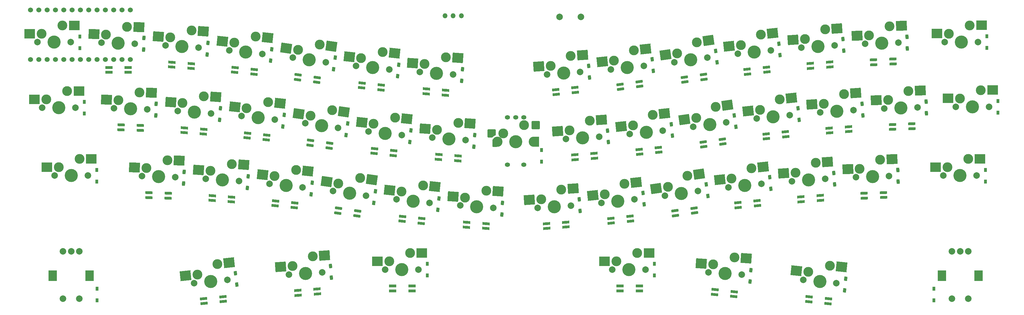
<source format=gbr>
G04 #@! TF.GenerationSoftware,KiCad,Pcbnew,(6.0.10)*
G04 #@! TF.CreationDate,2023-05-22T23:46:38+09:00*
G04 #@! TF.ProjectId,PARALLAX,50415241-4c4c-4415-982e-6b696361645f,rev?*
G04 #@! TF.SameCoordinates,Original*
G04 #@! TF.FileFunction,Soldermask,Bot*
G04 #@! TF.FilePolarity,Negative*
%FSLAX46Y46*%
G04 Gerber Fmt 4.6, Leading zero omitted, Abs format (unit mm)*
G04 Created by KiCad (PCBNEW (6.0.10)) date 2023-05-22 23:46:38*
%MOMM*%
%LPD*%
G01*
G04 APERTURE LIST*
G04 Aperture macros list*
%AMRoundRect*
0 Rectangle with rounded corners*
0 $1 Rounding radius*
0 $2 $3 $4 $5 $6 $7 $8 $9 X,Y pos of 4 corners*
0 Add a 4 corners polygon primitive as box body*
4,1,4,$2,$3,$4,$5,$6,$7,$8,$9,$2,$3,0*
0 Add four circle primitives for the rounded corners*
1,1,$1+$1,$2,$3*
1,1,$1+$1,$4,$5*
1,1,$1+$1,$6,$7*
1,1,$1+$1,$8,$9*
0 Add four rect primitives between the rounded corners*
20,1,$1+$1,$2,$3,$4,$5,0*
20,1,$1+$1,$4,$5,$6,$7,0*
20,1,$1+$1,$6,$7,$8,$9,0*
20,1,$1+$1,$8,$9,$2,$3,0*%
%AMRotRect*
0 Rectangle, with rotation*
0 The origin of the aperture is its center*
0 $1 length*
0 $2 width*
0 $3 Rotation angle, in degrees counterclockwise*
0 Add horizontal line*
21,1,$1,$2,0,0,$3*%
%AMFreePoly0*
4,1,22,1.150000,1.217000,1.242000,1.125000,1.275000,1.000000,1.275000,-0.378000,1.255000,-0.477000,1.196000,-0.560000,1.110000,-0.613000,0.807000,-0.752000,0.530000,-0.939000,0.287000,-1.167000,0.203000,-1.228000,0.102000,-1.250000,-1.025000,-1.250000,-1.150000,-1.217000,-1.242000,-1.125000,-1.275000,-1.000000,-1.275000,1.000000,-1.242000,1.125000,-1.150000,1.217000,-1.025000,1.250000,
1.025000,1.250000,1.150000,1.217000,1.150000,1.217000,$1*%
G04 Aperture macros list end*
%ADD10RotRect,2.200000X0.820000X184.000000*%
%ADD11RotRect,1.300000X0.950000X82.000000*%
%ADD12C,3.000000*%
%ADD13C,4.000000*%
%ADD14C,2.000000*%
%ADD15RotRect,3.300000X3.000000X174.000000*%
%ADD16RotRect,1.300000X0.950000X276.000000*%
%ADD17R,0.950000X1.300000*%
%ADD18O,1.500000X1.500000*%
%ADD19RotRect,3.300000X3.000000X188.000000*%
%ADD20R,3.300000X3.000000*%
%ADD21RotRect,1.300000X0.950000X84.000000*%
%ADD22RotRect,1.300000X0.950000X86.000000*%
%ADD23RotRect,3.300000X3.000000X186.000000*%
%ADD24RotRect,3.300000X3.000000X172.000000*%
%ADD25RotRect,1.300000X0.950000X278.000000*%
%ADD26RotRect,3.300000X3.000000X184.000000*%
%ADD27RotRect,2.200000X0.820000X354.000000*%
%ADD28C,1.524000*%
%ADD29R,2.500000X3.200000*%
%ADD30RotRect,1.300000X0.950000X274.000000*%
%ADD31RotRect,3.300000X3.000000X176.000000*%
%ADD32RotRect,2.200000X0.820000X174.000000*%
%ADD33RotRect,2.200000X0.820000X186.000000*%
%ADD34RotRect,3.300000X3.000000X182.000000*%
%ADD35RotRect,1.300000X0.950000X96.000000*%
%ADD36RotRect,2.200000X0.820000X356.000000*%
%ADD37RotRect,1.300000X0.950000X88.000000*%
%ADD38RotRect,2.200000X0.820000X6.000000*%
%ADD39RotRect,2.200000X0.820000X4.000000*%
%ADD40RotRect,2.200000X0.820000X358.000000*%
%ADD41O,1.600000X1.300000*%
%ADD42RoundRect,0.249600X-0.550400X-1.300400X0.550400X-1.300400X0.550400X1.300400X-0.550400X1.300400X0*%
%ADD43RoundRect,0.249600X-0.550400X-0.900400X0.550400X-0.900400X0.550400X0.900400X-0.550400X0.900400X0*%
%ADD44C,3.100000*%
%ADD45RoundRect,0.250000X-1.025000X-1.000000X1.025000X-1.000000X1.025000X1.000000X-1.025000X1.000000X0*%
%ADD46FreePoly0,0.000000*%
%ADD47RotRect,3.300000X3.000000X178.000000*%
%ADD48RotRect,2.200000X0.820000X2.000000*%
%ADD49RotRect,1.300000X0.950000X272.000000*%
%ADD50RotRect,2.200000X0.820000X352.000000*%
%ADD51RotRect,2.200000X0.820000X182.000000*%
%ADD52R,2.200000X0.820000*%
%ADD53RotRect,2.200000X0.820000X8.000000*%
%ADD54RotRect,1.300000X0.950000X264.000000*%
%ADD55RotRect,2.200000X0.820000X176.000000*%
%ADD56RotRect,2.200000X0.820000X172.000000*%
%ADD57RotRect,2.200000X0.820000X188.000000*%
%ADD58RotRect,1.300000X0.950000X94.000000*%
%ADD59RotRect,2.200000X0.820000X178.000000*%
%ADD60RotRect,1.300000X0.950000X266.000000*%
G04 APERTURE END LIST*
D10*
X189600404Y-64490655D03*
X195486031Y-64079091D03*
X195381396Y-62582745D03*
X189495769Y-62994309D03*
D11*
X119657768Y-56956326D03*
X120151832Y-53440874D03*
D12*
X134648090Y-51653331D03*
D13*
X131591000Y-56440000D03*
D14*
X136643171Y-56971005D03*
X126538829Y-55908995D03*
D12*
X128067374Y-53515661D03*
D15*
X124451495Y-53095396D03*
X138242496Y-51990898D03*
D16*
X251833262Y-28998124D03*
X252204338Y-32528676D03*
D17*
X315344900Y-26753300D03*
X315344900Y-30303300D03*
D18*
X152347700Y-20446700D03*
X154847700Y-20446700D03*
X149847700Y-20446700D03*
D12*
X226573179Y-51771969D03*
D14*
X225669038Y-54463999D03*
D12*
X232507882Y-48372939D03*
D14*
X235730162Y-53050001D03*
D13*
X230699600Y-53757000D03*
D19*
X222963036Y-52238948D03*
X236077183Y-47830913D03*
D14*
X35620000Y-28550000D03*
D13*
X30540000Y-28550000D03*
D14*
X25460000Y-28550000D03*
D12*
X33080000Y-23470000D03*
X26730000Y-26010000D03*
D20*
X23090000Y-25970000D03*
X36690000Y-23430000D03*
D21*
X147685162Y-79868876D03*
X148056238Y-76338324D03*
D22*
X89510682Y-73122476D03*
X89758318Y-69581124D03*
D14*
X206263229Y-56666505D03*
D12*
X207260769Y-54007668D03*
X213310481Y-50817826D03*
D14*
X216367571Y-55604495D03*
D13*
X211315400Y-56135500D03*
D23*
X203636528Y-54348371D03*
X216896524Y-50400698D03*
D12*
X38258800Y-64280000D03*
D14*
X40798800Y-69360000D03*
D12*
X31908800Y-66820000D03*
D13*
X35718800Y-69360000D03*
D14*
X30638800Y-69360000D03*
D20*
X28268800Y-66780000D03*
X41868800Y-64240000D03*
D12*
X104989778Y-30939470D03*
D13*
X108409200Y-33985000D03*
D14*
X103378638Y-33278001D03*
X113439762Y-34691999D03*
D12*
X111631480Y-29307938D03*
D24*
X101390769Y-30393269D03*
X115211915Y-29770742D03*
D11*
X128103768Y-77713426D03*
X128597832Y-74197974D03*
D25*
X238231468Y-50960074D03*
X238725532Y-54475526D03*
D12*
X259781000Y-27621959D03*
D14*
X268826525Y-29535637D03*
D13*
X263758900Y-29890000D03*
D12*
X265938350Y-24645193D03*
D14*
X258691275Y-30244363D03*
D26*
X256147076Y-27835970D03*
X269536766Y-24353470D03*
D27*
X142767336Y-82464568D03*
X136899656Y-81847850D03*
X136742864Y-83339632D03*
X142610544Y-83956350D03*
D12*
X182102100Y-35781959D03*
D14*
X191147625Y-37695637D03*
D13*
X186080000Y-38050000D03*
D12*
X188259450Y-32805193D03*
D14*
X181012375Y-38404363D03*
D26*
X178468176Y-35995970D03*
X191857866Y-32513470D03*
D28*
X51247700Y-18675300D03*
X48707700Y-18675300D03*
X46167700Y-18675300D03*
X43627700Y-18675300D03*
X41087700Y-18675300D03*
X38547700Y-18675300D03*
X36007700Y-18675300D03*
X33467700Y-18675300D03*
X30927700Y-18675300D03*
X28387700Y-18675300D03*
X25847700Y-18675300D03*
X23307700Y-18675300D03*
X23307700Y-33895300D03*
X25847700Y-33895300D03*
X28387700Y-33895300D03*
X30927700Y-33895300D03*
X33467700Y-33895300D03*
X36007700Y-33895300D03*
X38547700Y-33895300D03*
X41087700Y-33895300D03*
X43627700Y-33895300D03*
X46167700Y-33895300D03*
X48707700Y-33895300D03*
X51247700Y-33895300D03*
X53787700Y-33895300D03*
X53787700Y-18675300D03*
D14*
X38218800Y-92512500D03*
X33218800Y-92512500D03*
X35718800Y-92512500D03*
D29*
X41318800Y-100012500D03*
X30118800Y-100012500D03*
D14*
X33218800Y-107012500D03*
X38218800Y-107012500D03*
D30*
X199500282Y-55595424D03*
X199747918Y-59136776D03*
D12*
X231746462Y-96520415D03*
D13*
X235370000Y-99320000D03*
D14*
X230302375Y-98965637D03*
X240437625Y-99674363D03*
D12*
X238258176Y-94429556D03*
D31*
X228118119Y-96226599D03*
X241862172Y-94641474D03*
D17*
X299190900Y-103989700D03*
X299190900Y-107539700D03*
D20*
X313700700Y-23408000D03*
X300100700Y-25948000D03*
D13*
X307550700Y-28528000D03*
D14*
X302470700Y-28528000D03*
X312630700Y-28528000D03*
D12*
X303740700Y-25988000D03*
X310090700Y-23448000D03*
D21*
X100391862Y-54370676D03*
X100762938Y-50840124D03*
D12*
X313490000Y-43235000D03*
D14*
X305870000Y-48315000D03*
D12*
X307140000Y-45775000D03*
D14*
X316030000Y-48315000D03*
D13*
X310950000Y-48315000D03*
D20*
X303500000Y-45735000D03*
X317100000Y-43195000D03*
D14*
X255135671Y-50844995D03*
X245031329Y-51907005D03*
D12*
X246028869Y-49248168D03*
D13*
X250083500Y-51376000D03*
D12*
X252078581Y-46058326D03*
D23*
X242404628Y-49588871D03*
X255664624Y-45641198D03*
D32*
X89442664Y-57842932D03*
X95310344Y-58459650D03*
X95467136Y-56967868D03*
X89599456Y-56351150D03*
D14*
X68299375Y-49630637D03*
D12*
X69743462Y-47185415D03*
X76255176Y-45094556D03*
D13*
X73367000Y-49985000D03*
D14*
X78434625Y-50339363D03*
D31*
X66115119Y-46891599D03*
X79859172Y-45306474D03*
D33*
X76314356Y-108497250D03*
X82182036Y-107880532D03*
X82025244Y-106388750D03*
X76157564Y-107005468D03*
D17*
X314862800Y-67628300D03*
X314862800Y-71178300D03*
D13*
X283261500Y-28865000D03*
D14*
X288338405Y-28687711D03*
X278184595Y-29042289D03*
D12*
X279365176Y-26459514D03*
X285622663Y-23699450D03*
D34*
X275725998Y-26546573D03*
X289229068Y-23533487D03*
D35*
X86272538Y-102718176D03*
X85901462Y-99187624D03*
D36*
X72398831Y-35095209D03*
X66513204Y-34683645D03*
X66408569Y-36179991D03*
X72294196Y-36591555D03*
D14*
X94077371Y-32136005D03*
D13*
X89025200Y-31605000D03*
D14*
X83973029Y-31073995D03*
D12*
X85501574Y-28680661D03*
X92082290Y-26818331D03*
D15*
X81885695Y-28260396D03*
X95676696Y-27155898D03*
D37*
X70071353Y-71806319D03*
X70195247Y-68258481D03*
D12*
X117312078Y-71754470D03*
D13*
X120731500Y-74800000D03*
D14*
X125762062Y-75506999D03*
D12*
X123953780Y-70122938D03*
D14*
X115700938Y-74093001D03*
D24*
X113713069Y-71208269D03*
X127534215Y-70585742D03*
D14*
X132845971Y-36891005D03*
D12*
X130850890Y-31573331D03*
D14*
X122741629Y-35828995D03*
D12*
X124270174Y-33435661D03*
D13*
X127793800Y-36360000D03*
D15*
X120654295Y-33015396D03*
X134445296Y-31910898D03*
D13*
X206021200Y-98130000D03*
D12*
X202211200Y-95590000D03*
D14*
X200941200Y-98130000D03*
D12*
X208561200Y-93050000D03*
D14*
X211101200Y-98130000D03*
D20*
X198571200Y-95550000D03*
X212171200Y-93010000D03*
D17*
X39743700Y-50395700D03*
X39743700Y-46845700D03*
D11*
X115841568Y-36825026D03*
X116335632Y-33309574D03*
D22*
X158690082Y-60524776D03*
X158937718Y-56983424D03*
X77212382Y-32301176D03*
X77460018Y-28759824D03*
D32*
X232183864Y-105748832D03*
X238051544Y-106365550D03*
X238208336Y-104873768D03*
X232340656Y-104257050D03*
D22*
X81052982Y-52291876D03*
X81300618Y-48750524D03*
D37*
X61576453Y-50985319D03*
X61700347Y-47437481D03*
D38*
X189532544Y-42444050D03*
X183664864Y-43060768D03*
X183821656Y-44552550D03*
X189689336Y-43935832D03*
D12*
X237386469Y-70297168D03*
D13*
X241441100Y-72425000D03*
D14*
X236388929Y-72956005D03*
X246493271Y-71893995D03*
D12*
X243436181Y-67107326D03*
D23*
X233762228Y-70637871D03*
X247022224Y-66690198D03*
D30*
X268594182Y-68550224D03*
X268841818Y-72091576D03*
D12*
X187882200Y-55568959D03*
D14*
X196927725Y-57482637D03*
D12*
X194039550Y-52592193D03*
D13*
X191860100Y-57837000D03*
D14*
X186792475Y-58191363D03*
D26*
X184248276Y-55782970D03*
X197637966Y-52300470D03*
D14*
X207725271Y-76653995D03*
D12*
X198618469Y-75057168D03*
D13*
X202673100Y-77185000D03*
D14*
X197620929Y-77716005D03*
D12*
X204668181Y-71867326D03*
D23*
X194994228Y-75397871D03*
X208254224Y-71450198D03*
D17*
X144456400Y-99910500D03*
X144456400Y-96360500D03*
D12*
X78268462Y-67920415D03*
X84780176Y-65829556D03*
D13*
X81892000Y-70720000D03*
D14*
X86959625Y-71074363D03*
X76824375Y-70365637D03*
D31*
X74640119Y-67626599D03*
X88384172Y-66041474D03*
D10*
X105029904Y-105967755D03*
X110915531Y-105556191D03*
X110810896Y-104059845D03*
X104925269Y-104471409D03*
X267280304Y-56329255D03*
X273165931Y-55917691D03*
X273061296Y-54421345D03*
X267175669Y-54832909D03*
D32*
X128210464Y-62594932D03*
X134078144Y-63211650D03*
X134234936Y-61719868D03*
X128367256Y-61103150D03*
D13*
X101347400Y-72420000D03*
D12*
X97823774Y-69495661D03*
X104404490Y-67633331D03*
D14*
X106399571Y-72951005D03*
X96295229Y-71888995D03*
D15*
X94207895Y-69075396D03*
X107998896Y-67970898D03*
D39*
X264413296Y-75469645D03*
X258527669Y-75881209D03*
X258632304Y-77377555D03*
X264517931Y-76965991D03*
D12*
X285145776Y-46249514D03*
D13*
X289042100Y-48655000D03*
D12*
X291403263Y-43489450D03*
D14*
X283965195Y-48832289D03*
X294119005Y-48477711D03*
D34*
X281506598Y-46336573D03*
X295009668Y-43323487D03*
D17*
X213816500Y-96382300D03*
X213816500Y-99932300D03*
D40*
X65391678Y-74786911D03*
X59495271Y-74581003D03*
X59442922Y-76080089D03*
X65339329Y-76285997D03*
D12*
X167640000Y-56499900D03*
X173990000Y-53959900D03*
D13*
X171450000Y-59039900D03*
D41*
X173950000Y-51539900D03*
X168950000Y-51539900D03*
X171450000Y-51539900D03*
D42*
X177800000Y-59039900D03*
D43*
X165100000Y-59439900D03*
D44*
X165900000Y-59039900D03*
X177000000Y-59039900D03*
D45*
X177540000Y-53959900D03*
D41*
X173950000Y-66039900D03*
D46*
X164090000Y-56499900D03*
D41*
X168950000Y-66039900D03*
D14*
X191368750Y-20850700D03*
X184868750Y-20850700D03*
D13*
X307070000Y-69360000D03*
D14*
X301990000Y-69360000D03*
D12*
X303260000Y-66820000D03*
X309610000Y-64280000D03*
D14*
X312150000Y-69360000D03*
D20*
X299620000Y-66780000D03*
X313220000Y-64240000D03*
D25*
X232484968Y-31203874D03*
X232979032Y-34719326D03*
D30*
X271394982Y-27615524D03*
X271642618Y-31156876D03*
D14*
X239251329Y-32121005D03*
D12*
X246298581Y-26272326D03*
D13*
X244303500Y-31590000D03*
D12*
X240248869Y-29462168D03*
D14*
X249355671Y-31058995D03*
D23*
X236624628Y-29802871D03*
X249884624Y-25855198D03*
D12*
X207530481Y-31032326D03*
D14*
X200483229Y-36881005D03*
D12*
X201480769Y-34222168D03*
D13*
X205535400Y-36350000D03*
D14*
X210587571Y-35818995D03*
D23*
X197856528Y-34562871D03*
X211116524Y-30615198D03*
D27*
X130447236Y-41651168D03*
X124579556Y-41034450D03*
X124422764Y-42526232D03*
X130290444Y-43142950D03*
D14*
X48787195Y-48787711D03*
D13*
X53864100Y-48965000D03*
D14*
X58941005Y-49142289D03*
D12*
X56579842Y-43976739D03*
X50145066Y-46293580D03*
D47*
X46508679Y-46126570D03*
X60189039Y-44062751D03*
D13*
X62389100Y-69700000D03*
D14*
X57312195Y-69522711D03*
D12*
X65104842Y-64711739D03*
X58670066Y-67028580D03*
D14*
X67466005Y-69877289D03*
D47*
X55033679Y-66861570D03*
X68714039Y-64797751D03*
D36*
X84713031Y-75908909D03*
X78827404Y-75497345D03*
X78722769Y-76993691D03*
X84608396Y-77405255D03*
D12*
X147423462Y-55335415D03*
D13*
X151047000Y-58135000D03*
D14*
X145979375Y-57780637D03*
D12*
X153935176Y-53244556D03*
D14*
X156114625Y-58489363D03*
D31*
X143795119Y-55041599D03*
X157539172Y-53456474D03*
D14*
X112364625Y-98965637D03*
D12*
X109476450Y-94075193D03*
D14*
X102229375Y-99674363D03*
D12*
X103319100Y-97051959D03*
D13*
X107297000Y-99320000D03*
D26*
X99685176Y-97265970D03*
X113074866Y-93783470D03*
D14*
X87770229Y-51154995D03*
X97874571Y-52217005D03*
D13*
X92822400Y-51686000D03*
D12*
X89298774Y-48761661D03*
X95879490Y-46899331D03*
D15*
X85682895Y-48341396D03*
X99473896Y-47236898D03*
D13*
X222057100Y-74805000D03*
D14*
X227087662Y-74098001D03*
X217026538Y-75511999D03*
D12*
X217930679Y-72819969D03*
X223865382Y-69420939D03*
D19*
X214320536Y-73286948D03*
X227434683Y-68878913D03*
D14*
X309681300Y-92512500D03*
X304681300Y-92512500D03*
X307181300Y-92512500D03*
D29*
X301581300Y-100012500D03*
X312781300Y-100012500D03*
D14*
X304681300Y-107012500D03*
X309681300Y-107012500D03*
D48*
X286614129Y-33729103D03*
X280717722Y-33935011D03*
X280770071Y-35434097D03*
X286666478Y-35228189D03*
D13*
X264319800Y-101770000D03*
D14*
X259267629Y-101238995D03*
D12*
X260796174Y-98845661D03*
D14*
X269371971Y-102301005D03*
D12*
X267376890Y-96983331D03*
D15*
X257180295Y-98425396D03*
X270971296Y-97320898D03*
D38*
X206342344Y-81807650D03*
X200474664Y-82424368D03*
X200631456Y-83916150D03*
X206499136Y-83299432D03*
D21*
X139109362Y-59071276D03*
X139480438Y-55540724D03*
D12*
X276503276Y-67297514D03*
D13*
X280399600Y-69703000D03*
D14*
X275322695Y-69880289D03*
X285476505Y-69525711D03*
D12*
X282760763Y-64537450D03*
D34*
X272864098Y-67384573D03*
X286367168Y-64371487D03*
D14*
X135063829Y-76646995D03*
D12*
X143173090Y-72391331D03*
D13*
X140116000Y-77178000D03*
D12*
X136592374Y-74253661D03*
D14*
X145168171Y-77709005D03*
D15*
X132976495Y-73833396D03*
X146767496Y-72728898D03*
D14*
X164639325Y-79229363D03*
D13*
X159571700Y-78875000D03*
D12*
X155948162Y-76075415D03*
X162459876Y-73984556D03*
D14*
X154504075Y-78520637D03*
D31*
X152319819Y-75781599D03*
X166063872Y-74196474D03*
D49*
X288128853Y-67643781D03*
X288252747Y-71191619D03*
D50*
X123187671Y-80174560D03*
X117345089Y-79353438D03*
X117136329Y-80838840D03*
X122978911Y-81659962D03*
D51*
X286547471Y-55223097D03*
X292443878Y-55017189D03*
X292391529Y-53518103D03*
X286495122Y-53724011D03*
D52*
X53130800Y-36290900D03*
X47230800Y-36290900D03*
X47230800Y-37790900D03*
X53130800Y-37790900D03*
D12*
X256918700Y-68457959D03*
D14*
X265964225Y-70371637D03*
D13*
X260896600Y-70726000D03*
D14*
X255828975Y-71080363D03*
D12*
X263076050Y-65481193D03*
D26*
X253284776Y-68671970D03*
X266674466Y-65189470D03*
D17*
X43666800Y-107531400D03*
X43666800Y-103981400D03*
D53*
X225891311Y-79295538D03*
X220048729Y-80116660D03*
X220257489Y-81602062D03*
X226100071Y-80780940D03*
D25*
X229629468Y-72088674D03*
X230123532Y-75604126D03*
D54*
X272248938Y-100905624D03*
X271877862Y-104436176D03*
D21*
X96622062Y-34235876D03*
X96993138Y-30705324D03*
D52*
X133924200Y-104606600D03*
X139824200Y-104606600D03*
X139824200Y-103106600D03*
X133924200Y-103106600D03*
D55*
X147877569Y-64411191D03*
X153763196Y-64822755D03*
X153867831Y-63326409D03*
X147982204Y-62914845D03*
D12*
X34496300Y-43545000D03*
D13*
X31956300Y-48625000D03*
D12*
X28146300Y-46085000D03*
D14*
X26876300Y-48625000D03*
X37036300Y-48625000D03*
D20*
X24506300Y-46045000D03*
X38106300Y-43505000D03*
D36*
X150079731Y-43248609D03*
X144194104Y-42837045D03*
X144089469Y-44333391D03*
X149975096Y-44744955D03*
D49*
X296778853Y-46750281D03*
X296902747Y-50298119D03*
D14*
X83399371Y-101238995D03*
D12*
X74292569Y-99642168D03*
D14*
X73295029Y-102301005D03*
D12*
X80342281Y-96452326D03*
D13*
X78347200Y-101770000D03*
D23*
X70668328Y-99982871D03*
X83928324Y-96035198D03*
D16*
X257667362Y-48808024D03*
X258038438Y-52338576D03*
D22*
X154962082Y-40400776D03*
X155209718Y-36859424D03*
D17*
X318746300Y-46571500D03*
X318746300Y-50121500D03*
D56*
X108619629Y-60102240D03*
X114462211Y-60923362D03*
X114670971Y-59437960D03*
X108828389Y-58616838D03*
D53*
X209141711Y-40626438D03*
X203299129Y-41447560D03*
X203507889Y-42932962D03*
X209350471Y-42111840D03*
D36*
X162400831Y-84057409D03*
X156515204Y-83645845D03*
X156410569Y-85142191D03*
X162296196Y-85553755D03*
D27*
X103999936Y-77708068D03*
X98132256Y-77091350D03*
X97975464Y-78583132D03*
X103843144Y-79199850D03*
D13*
X112206600Y-54064000D03*
D12*
X108787178Y-51018470D03*
D14*
X117237162Y-54770999D03*
D12*
X115428880Y-49386938D03*
D14*
X107176038Y-53357001D03*
D24*
X105188169Y-50472269D03*
X119009315Y-49849742D03*
D17*
X43530300Y-71163400D03*
X43530300Y-67613400D03*
D32*
X260936764Y-107926132D03*
X266804444Y-108542850D03*
X266961236Y-107051068D03*
X261093556Y-106434350D03*
D33*
X209281256Y-62859050D03*
X215148936Y-62242332D03*
X214992144Y-60750550D03*
X209124464Y-61367268D03*
D38*
X245120144Y-77042650D03*
X239252464Y-77659368D03*
X239409256Y-79151150D03*
X245276936Y-78534432D03*
D48*
X283751629Y-74569803D03*
X277855222Y-74775711D03*
X277907571Y-76274797D03*
X283803978Y-76068889D03*
D14*
X264471375Y-50031363D03*
D12*
X271718450Y-44432193D03*
D13*
X269539000Y-49677000D03*
D14*
X274606625Y-49322637D03*
D12*
X265561100Y-47408959D03*
D26*
X261927176Y-47622970D03*
X275316866Y-44140470D03*
D57*
X228906589Y-60551862D03*
X234749171Y-59730740D03*
X234540411Y-58245338D03*
X228697829Y-59066460D03*
D53*
X228754211Y-38452938D03*
X222911629Y-39274060D03*
X223120389Y-40759462D03*
X228962971Y-39938340D03*
D16*
X210302162Y-74641524D03*
X210673238Y-78172076D03*
D50*
X110869871Y-39357360D03*
X105027289Y-38536238D03*
X104818529Y-40021640D03*
X110661111Y-40842762D03*
D52*
X203304300Y-104610500D03*
X209204300Y-104610500D03*
X209204300Y-103110500D03*
X203304300Y-103110500D03*
D22*
X167200182Y-81257476D03*
X167447818Y-77716124D03*
D37*
X57820153Y-30849519D03*
X57944047Y-27301681D03*
D38*
X247989744Y-36211650D03*
X242122064Y-36828368D03*
X242278856Y-38320150D03*
X248146536Y-37703432D03*
D13*
X136645800Y-98130000D03*
D14*
X141725800Y-98130000D03*
D12*
X139185800Y-93050000D03*
X132835800Y-95590000D03*
D14*
X131565800Y-98130000D03*
D20*
X129195800Y-95550000D03*
X142795800Y-93010000D03*
D21*
X135386862Y-38981276D03*
X135757938Y-35450724D03*
D12*
X72457776Y-25016556D03*
D14*
X74637225Y-30261363D03*
D12*
X65946062Y-27107415D03*
D14*
X64501975Y-29552637D03*
D13*
X69569600Y-29907000D03*
D31*
X62317719Y-26813599D03*
X76061772Y-25228474D03*
D17*
X179354000Y-65121000D03*
X179354000Y-61571000D03*
D27*
X91667036Y-36896968D03*
X85799356Y-36280250D03*
X85642564Y-37772032D03*
X91510244Y-38388750D03*
D17*
X38351800Y-30354000D03*
X38351800Y-26804000D03*
D39*
X267278796Y-34630645D03*
X261393169Y-35042209D03*
X261497804Y-36538555D03*
X267383431Y-36126991D03*
D30*
X190866382Y-76629524D03*
X191114018Y-80170876D03*
D58*
X115195918Y-100598776D03*
X114948282Y-97057424D03*
D19*
X230296983Y-28043913D03*
X217182836Y-32451948D03*
D12*
X220792979Y-31984969D03*
X226727682Y-28585939D03*
D13*
X224919400Y-33970000D03*
D14*
X229949962Y-33263001D03*
X219888838Y-34676999D03*
D21*
X108979562Y-75081376D03*
X109350638Y-71550824D03*
D55*
X70193669Y-56259391D03*
X76079296Y-56670955D03*
X76183931Y-55174609D03*
X70298304Y-54763045D03*
D59*
X50922422Y-55345889D03*
X56818829Y-55551797D03*
X56871178Y-54052711D03*
X50974771Y-53846803D03*
D49*
X290938453Y-26952881D03*
X291062347Y-30500719D03*
D16*
X213090562Y-33778424D03*
X213461638Y-37308976D03*
D30*
X277211382Y-47425524D03*
X277459018Y-50966876D03*
D33*
X248046756Y-58103350D03*
X253914436Y-57486632D03*
X253757644Y-55994850D03*
X247889964Y-56611568D03*
D13*
X50066600Y-28890000D03*
D14*
X55143505Y-29067289D03*
D12*
X52782342Y-23901739D03*
X46347566Y-26218580D03*
D14*
X44989695Y-28712711D03*
D47*
X42711179Y-26051570D03*
X56391539Y-23987751D03*
D30*
X193776782Y-35787624D03*
X194024418Y-39328976D03*
D14*
X188285325Y-78530637D03*
X178150075Y-79239363D03*
D12*
X179239800Y-76616959D03*
X185397150Y-73640193D03*
D13*
X183217700Y-78885000D03*
D26*
X175605876Y-76830970D03*
X188995566Y-73348470D03*
D60*
X243259618Y-98262324D03*
X243011982Y-101803676D03*
D16*
X218974162Y-53636524D03*
X219345238Y-57167076D03*
X248997662Y-69882024D03*
X249368738Y-73412576D03*
D39*
X186727596Y-83623345D03*
X180841969Y-84034909D03*
X180946604Y-85531255D03*
X186832231Y-85119691D03*
D13*
X147249500Y-38057000D03*
D12*
X143625962Y-35257415D03*
D14*
X142181875Y-37702637D03*
X152317125Y-38411363D03*
D12*
X150137676Y-33166556D03*
D31*
X139997619Y-34963599D03*
X153741672Y-33378474D03*
M02*

</source>
